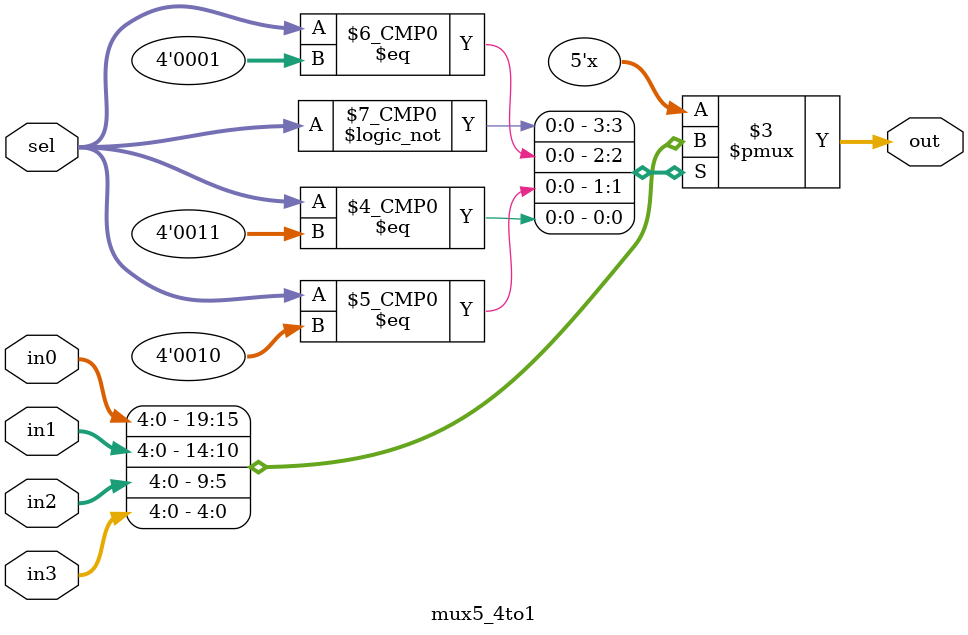
<source format=v>
module mux5_4to1 (out, in0, in1, in2, in3, sel);
	output reg  [4:0] out;
	input [4:0] in0;
	input [4:0] in1;
	input [4:0] in2;
	input [4:0] in3;
	input [3:0] sel;

  	always @(sel)
    begin
		case (sel)
			2'b00: out = in0;
			2'b01: out = in1;
			2'b10: out = in2;
			2'b11: out = in3;
		endcase
    end
endmodule

</source>
